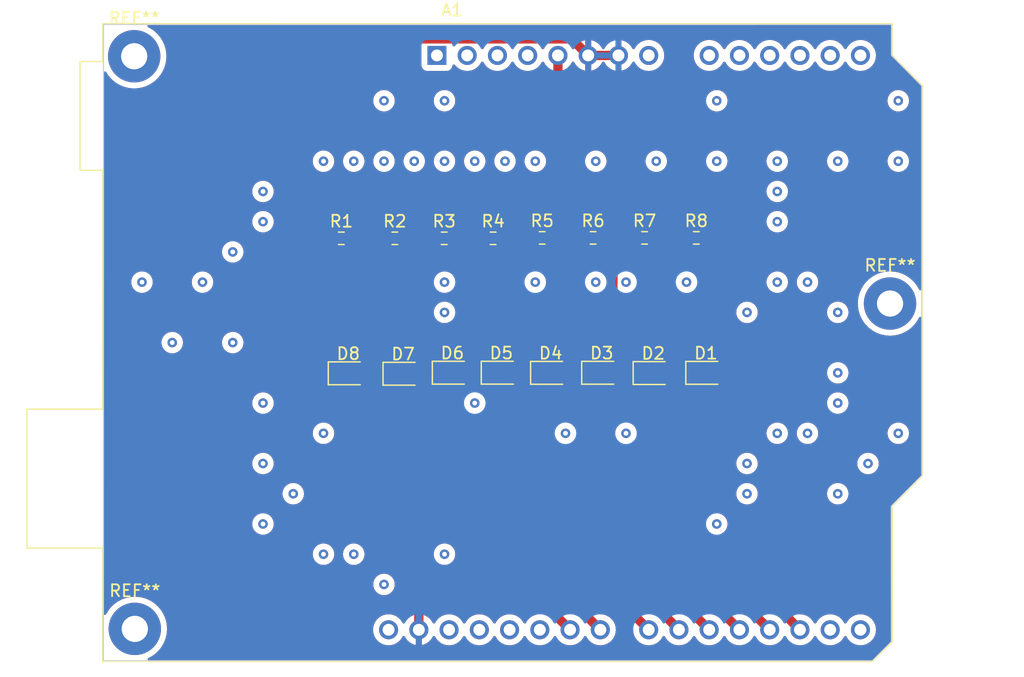
<source format=kicad_pcb>
(kicad_pcb (version 20221018) (generator pcbnew)
  (layers (0 "F.Cu" signal) (31 "B.Cu" signal) (34 "B.Paste" user) (35 "F.Paste" user) (36 "B.SilkS" user "B.Silkscreen") (37 "F.SilkS" user "F.Silkscreen") (38 "B.Mask" user) (39 "F.Mask" user) (44 "Edge.Cuts" user))
  (net 0 "")
  (net 1 "Net-(A1-+5V)")
  (net 2 "Net-(D8-A)")
  (net 3 "Net-(D7-A)")
  (net 4 "Net-(D6-A)")
  (net 5 "Net-(D5-A)")
  (net 6 "Net-(D4-A)")
  (net 7 "Net-(D3-A)")
  (net 8 "Net-(D2-A)")
  (net 9 "Net-(D1-A)")
  (net 14 "GND")
  (net 24 "Net-(A1-D2)")
  (net 25 "Net-(A1-D3)")
  (net 26 "Net-(A1-D4)")
  (net 27 "Net-(A1-D5)")
  (net 28 "Net-(A1-D6)")
  (net 29 "Net-(A1-D7)")
  (net 30 "Net-(A1-D8)")
  (net 31 "Net-(A1-D9)")
  (footprint "Resistor_SMD:R_0603_1608Metric" (layer "F.Cu") (at 112.669494 62.356263)
    (fp_text reference "R2" (at 0 -1.43) (layer "F.SilkS"))
    (fp_text value "247")
    (fp_line (start -0.237258 -0.5225) (end 0.237258 -0.5225) (stroke (width 0.12)) (layer "F.SilkS"))
    (fp_line (start -0.237258 0.5225) (end 0.237258 0.5225) (stroke (width 0.12)) (layer "F.SilkS"))
    (pad "1" smd roundrect (at -0.825 0) (size 0.8 0.95) (layers "F.Cu" "F.Paste" "F.Mask") (net 1 "Net-(A1-+5V)"))
    (pad "2" smd roundrect (at 0.825 0) (size 0.8 0.95) (layers "F.Cu" "F.Paste" "F.Mask") (net 3 "Net-(D7-A)"))
  )
  (footprint "LED_SMD:LED_0805_2012Metric" (layer "F.Cu") (at 134.365769 73.679446)
    (fp_text reference "D2" (at 0 -1.65) (layer "F.SilkS"))
    (fp_text value "LED")
    (fp_line (start -1.685 -0.96) (end -1.685 0.96) (stroke (width 0.12)) (layer "F.SilkS"))
    (fp_line (start -1.685 0.96) (end 1 0.96) (stroke (width 0.12)) (layer "F.SilkS"))
    (fp_line (start 1 -0.96) (end -1.685 -0.96) (stroke (width 0.12)) (layer "F.SilkS"))
    (pad "1" smd roundrect (at -0.9375 0) (size 0.975 1.4) (layers "F.Cu" "F.Paste" "F.Mask") (net 25 "Net-(A1-D3)"))
    (pad "2" smd roundrect (at 0.9375 0) (size 0.975 1.4) (layers "F.Cu" "F.Paste" "F.Mask") (net 8 "Net-(D2-A)"))
  )
  (footprint "LED_SMD:LED_0805_2012Metric" (layer "F.Cu") (at 138.787641 73.66)
    (fp_text reference "D1" (at 0 -1.65) (layer "F.SilkS"))
    (fp_text value "LED")
    (fp_line (start -1.685 -0.96) (end -1.685 0.96) (stroke (width 0.12)) (layer "F.SilkS"))
    (fp_line (start -1.685 0.96) (end 1 0.96) (stroke (width 0.12)) (layer "F.SilkS"))
    (fp_line (start 1 -0.96) (end -1.685 -0.96) (stroke (width 0.12)) (layer "F.SilkS"))
    (pad "1" smd roundrect (at -0.9375 0) (size 0.975 1.4) (layers "F.Cu" "F.Paste" "F.Mask") (net 24 "Net-(A1-D2)"))
    (pad "2" smd roundrect (at 0.9375 0) (size 0.975 1.4) (layers "F.Cu" "F.Paste" "F.Mask") (net 9 "Net-(D1-A)"))
  )
  (footprint "LED_SMD:LED_0805_2012Metric" (layer "F.Cu") (at 108.765228 73.700004)
    (fp_text reference "D8" (at 0 -1.65) (layer "F.SilkS"))
    (fp_text value "LED")
    (fp_line (start -1.685 -0.96) (end -1.685 0.96) (stroke (width 0.12)) (layer "F.SilkS"))
    (fp_line (start -1.685 0.96) (end 1 0.96) (stroke (width 0.12)) (layer "F.SilkS"))
    (fp_line (start 1 -0.96) (end -1.685 -0.96) (stroke (width 0.12)) (layer "F.SilkS"))
    (pad "1" smd roundrect (at -0.9375 0) (size 0.975 1.4) (layers "F.Cu" "F.Paste" "F.Mask") (net 31 "Net-(A1-D9)"))
    (pad "2" smd roundrect (at 0.9375 0) (size 0.975 1.4) (layers "F.Cu" "F.Paste" "F.Mask") (net 2 "Net-(D8-A)"))
  )
  (footprint "LED_SMD:LED_0805_2012Metric" (layer "F.Cu") (at 130.045575 73.654304)
    (fp_text reference "D3" (at 0 -1.65) (layer "F.SilkS"))
    (fp_text value "LED")
    (fp_line (start -1.685 -0.96) (end -1.685 0.96) (stroke (width 0.12)) (layer "F.SilkS"))
    (fp_line (start -1.685 0.96) (end 1 0.96) (stroke (width 0.12)) (layer "F.SilkS"))
    (fp_line (start 1 -0.96) (end -1.685 -0.96) (stroke (width 0.12)) (layer "F.SilkS"))
    (pad "1" smd roundrect (at -0.9375 0) (size 0.975 1.4) (layers "F.Cu" "F.Paste" "F.Mask") (net 26 "Net-(A1-D4)"))
    (pad "2" smd roundrect (at 0.9375 0) (size 0.975 1.4) (layers "F.Cu" "F.Paste" "F.Mask") (net 7 "Net-(D3-A)"))
  )
  (footprint "LED_SMD:LED_0805_2012Metric" (layer "F.Cu") (at 125.754113 73.660215)
    (fp_text reference "D4" (at 0 -1.65) (layer "F.SilkS"))
    (fp_text value "LED")
    (fp_line (start -1.685 -0.96) (end -1.685 0.96) (stroke (width 0.12)) (layer "F.SilkS"))
    (fp_line (start -1.685 0.96) (end 1 0.96) (stroke (width 0.12)) (layer "F.SilkS"))
    (fp_line (start 1 -0.96) (end -1.685 -0.96) (stroke (width 0.12)) (layer "F.SilkS"))
    (pad "1" smd roundrect (at -0.9375 0) (size 0.975 1.4) (layers "F.Cu" "F.Paste" "F.Mask") (net 27 "Net-(A1-D5)"))
    (pad "2" smd roundrect (at 0.9375 0) (size 0.975 1.4) (layers "F.Cu" "F.Paste" "F.Mask") (net 6 "Net-(D4-A)"))
  )
  (footprint "MountingHole:MountingHole_2.2mm_M2_Pad" (layer "F.Cu") (at 90.83785 95.174019)
    (fp_text reference "REF**" (at 0 -3.2) (layer "F.SilkS"))
    (fp_text value "MountingHole_2.2mm_M2_Pad")
    (pad "1" thru_hole circle (at 0 0) (size 4.4 4.4) (drill 2.2) (layers "*.Cu" "*.Mask"))
  )
  (footprint "Module:Arduino_UNO_R2" (layer "F.Cu") (at 116.205 46.99)
    (fp_text reference "A1" (at 1.27 -3.81 180) (layer "F.SilkS"))
    (fp_text value "ARDUINO_UNO_SHIELD")
    (fp_line (start -34.42 29.72) (end -34.42 41.4) (stroke (width 0.12)) (layer "F.SilkS"))
    (fp_line (start -34.42 41.4) (end -28.07 41.4) (stroke (width 0.12)) (layer "F.SilkS"))
    (fp_line (start -29.97 0.51) (end -29.97 9.65) (stroke (width 0.12)) (layer "F.SilkS"))
    (fp_line (start -29.97 9.65) (end -28.07 9.65) (stroke (width 0.12)) (layer "F.SilkS"))
    (fp_line (start -28.07 -2.67) (end -28.07 0.51) (stroke (width 0.12)) (layer "F.SilkS"))
    (fp_line (start -28.07 0.51) (end -29.97 0.51) (stroke (width 0.12)) (layer "F.SilkS"))
    (fp_line (start -28.07 9.65) (end -28.07 29.72) (stroke (width 0.12)) (layer "F.SilkS"))
    (fp_line (start -28.07 29.72) (end -34.42 29.72) (stroke (width 0.12)) (layer "F.SilkS"))
    (fp_line (start -28.07 41.4) (end -28.07 50.93) (stroke (width 0.12)) (layer "F.SilkS"))
    (fp_line (start -28.07 50.93) (end 36.58 50.93) (stroke (width 0.12)) (layer "F.SilkS"))
    (fp_line (start 36.58 50.93) (end 38.23 49.28) (stroke (width 0.12)) (layer "F.SilkS"))
    (fp_line (start 38.23 -2.67) (end -28.07 -2.67) (stroke (width 0.12)) (layer "F.SilkS"))
    (fp_line (start 38.23 0) (end 38.23 -2.67) (stroke (width 0.12)) (layer "F.SilkS"))
    (fp_line (start 38.23 37.85) (end 40.77 35.31) (stroke (width 0.12)) (layer "F.SilkS"))
    (fp_line (start 38.23 49.28) (end 38.23 37.85) (stroke (width 0.12)) (layer "F.SilkS"))
    (fp_line (start 40.77 2.54) (end 38.23 0) (stroke (width 0.12)) (layer "F.SilkS"))
    (fp_line (start 40.77 35.31) (end 40.77 2.54) (stroke (width 0.12)) (layer "F.SilkS"))
    (pad "1" thru_hole rect (at 0 0 90) (size 1.6 1.6) (drill 1) (layers "*.Cu" "*.Mask"))
    (pad "2" thru_hole oval (at 2.54 0 90) (size 1.6 1.6) (drill 1) (layers "*.Cu" "*.Mask"))
    (pad "3" thru_hole oval (at 5.08 0 90) (size 1.6 1.6) (drill 1) (layers "*.Cu" "*.Mask"))
    (pad "4" thru_hole oval (at 7.62 0 90) (size 1.6 1.6) (drill 1) (layers "*.Cu" "*.Mask"))
    (pad "5" thru_hole oval (at 10.16 0 90) (size 1.6 1.6) (drill 1) (layers "*.Cu" "*.Mask") (net 1 "Net-(A1-+5V)"))
    (pad "6" thru_hole oval (at 12.7 0 90) (size 1.6 1.6) (drill 1) (layers "*.Cu" "*.Mask") (net 14 "GND"))
    (pad "7" thru_hole oval (at 15.24 0 90) (size 1.6 1.6) (drill 1) (layers "*.Cu" "*.Mask") (net 14 "GND"))
    (pad "8" thru_hole oval (at 17.78 0 90) (size 1.6 1.6) (drill 1) (layers "*.Cu" "*.Mask"))
    (pad "9" thru_hole oval (at 22.86 0 90) (size 1.6 1.6) (drill 1) (layers "*.Cu" "*.Mask"))
    (pad "10" thru_hole oval (at 25.4 0 90) (size 1.6 1.6) (drill 1) (layers "*.Cu" "*.Mask"))
    (pad "11" thru_hole oval (at 27.94 0 90) (size 1.6 1.6) (drill 1) (layers "*.Cu" "*.Mask"))
    (pad "12" thru_hole oval (at 30.48 0 90) (size 1.6 1.6) (drill 1) (layers "*.Cu" "*.Mask"))
    (pad "13" thru_hole oval (at 33.02 0 90) (size 1.6 1.6) (drill 1) (layers "*.Cu" "*.Mask"))
    (pad "14" thru_hole oval (at 35.56 0 90) (size 1.6 1.6) (drill 1) (layers "*.Cu" "*.Mask"))
    (pad "15" thru_hole oval (at 35.56 48.26 90) (size 1.6 1.6) (drill 1) (layers "*.Cu" "*.Mask"))
    (pad "16" thru_hole oval (at 33.02 48.26 90) (size 1.6 1.6) (drill 1) (layers "*.Cu" "*.Mask"))
    (pad "17" thru_hole oval (at 30.48 48.26 90) (size 1.6 1.6) (drill 1) (layers "*.Cu" "*.Mask") (net 24 "Net-(A1-D2)"))
    (pad "18" thru_hole oval (at 27.94 48.26 90) (size 1.6 1.6) (drill 1) (layers "*.Cu" "*.Mask") (net 25 "Net-(A1-D3)"))
    (pad "19" thru_hole oval (at 25.4 48.26 90) (size 1.6 1.6) (drill 1) (layers "*.Cu" "*.Mask") (net 26 "Net-(A1-D4)"))
    (pad "20" thru_hole oval (at 22.86 48.26 90) (size 1.6 1.6) (drill 1) (layers "*.Cu" "*.Mask") (net 27 "Net-(A1-D5)"))
    (pad "21" thru_hole oval (at 20.32 48.26 90) (size 1.6 1.6) (drill 1) (layers "*.Cu" "*.Mask") (net 28 "Net-(A1-D6)"))
    (pad "22" thru_hole oval (at 17.78 48.26 90) (size 1.6 1.6) (drill 1) (layers "*.Cu" "*.Mask") (net 29 "Net-(A1-D7)"))
    (pad "23" thru_hole oval (at 13.72 48.26 90) (size 1.6 1.6) (drill 1) (layers "*.Cu" "*.Mask") (net 30 "Net-(A1-D8)"))
    (pad "24" thru_hole oval (at 11.18 48.26 90) (size 1.6 1.6) (drill 1) (layers "*.Cu" "*.Mask") (net 31 "Net-(A1-D9)"))
    (pad "25" thru_hole oval (at 8.64 48.26 90) (size 1.6 1.6) (drill 1) (layers "*.Cu" "*.Mask"))
    (pad "26" thru_hole oval (at 6.1 48.26 90) (size 1.6 1.6) (drill 1) (layers "*.Cu" "*.Mask"))
    (pad "27" thru_hole oval (at 3.56 48.26 90) (size 1.6 1.6) (drill 1) (layers "*.Cu" "*.Mask"))
    (pad "28" thru_hole oval (at 1.02 48.26 90) (size 1.6 1.6) (drill 1) (layers "*.Cu" "*.Mask"))
    (pad "29" thru_hole oval (at -1.52 48.26 90) (size 1.6 1.6) (drill 1) (layers "*.Cu" "*.Mask") (net 14 "GND"))
    (pad "30" thru_hole oval (at -4.06 48.26 90) (size 1.6 1.6) (drill 1) (layers "*.Cu" "*.Mask"))
  )
  (footprint "LED_SMD:LED_0805_2012Metric" (layer "F.Cu") (at 117.505 73.649721)
    (fp_text reference "D6" (at 0 -1.65) (layer "F.SilkS"))
    (fp_text value "LED")
    (fp_line (start -1.685 -0.96) (end -1.685 0.96) (stroke (width 0.12)) (layer "F.SilkS"))
    (fp_line (start -1.685 0.96) (end 1 0.96) (stroke (width 0.12)) (layer "F.SilkS"))
    (fp_line (start 1 -0.96) (end -1.685 -0.96) (stroke (width 0.12)) (layer "F.SilkS"))
    (pad "1" smd roundrect (at -0.9375 0) (size 0.975 1.4) (layers "F.Cu" "F.Paste" "F.Mask") (net 29 "Net-(A1-D7)"))
    (pad "2" smd roundrect (at 0.9375 0) (size 0.975 1.4) (layers "F.Cu" "F.Paste" "F.Mask") (net 4 "Net-(D6-A)"))
  )
  (footprint "Resistor_SMD:R_0603_1608Metric" (layer "F.Cu") (at 116.813697 62.356263)
    (fp_text reference "R3" (at 0 -1.43) (layer "F.SilkS"))
    (fp_text value "247")
    (fp_line (start -0.237258 -0.5225) (end 0.237258 -0.5225) (stroke (width 0.12)) (layer "F.SilkS"))
    (fp_line (start -0.237258 0.5225) (end 0.237258 0.5225) (stroke (width 0.12)) (layer "F.SilkS"))
    (pad "1" smd roundrect (at -0.825 0) (size 0.8 0.95) (layers "F.Cu" "F.Paste" "F.Mask") (net 1 "Net-(A1-+5V)"))
    (pad "2" smd roundrect (at 0.825 0) (size 0.8 0.95) (layers "F.Cu" "F.Paste" "F.Mask") (net 4 "Net-(D6-A)"))
  )
  (footprint "Resistor_SMD:R_0603_1608Metric" (layer "F.Cu") (at 125.041591 62.320843)
    (fp_text reference "R5" (at 0 -1.43) (layer "F.SilkS"))
    (fp_text value "247")
    (fp_line (start -0.237258 -0.5225) (end 0.237258 -0.5225) (stroke (width 0.12)) (layer "F.SilkS"))
    (fp_line (start -0.237258 0.5225) (end 0.237258 0.5225) (stroke (width 0.12)) (layer "F.SilkS"))
    (pad "1" smd roundrect (at -0.825 0) (size 0.8 0.95) (layers "F.Cu" "F.Paste" "F.Mask") (net 1 "Net-(A1-+5V)"))
    (pad "2" smd roundrect (at 0.825 0) (size 0.8 0.95) (layers "F.Cu" "F.Paste" "F.Mask") (net 6 "Net-(D4-A)"))
  )
  (footprint "Resistor_SMD:R_0603_1608Metric" (layer "F.Cu") (at 129.317149 62.320843)
    (fp_text reference "R6" (at 0 -1.43) (layer "F.SilkS"))
    (fp_text value "247" hide)
    (fp_line (start -0.237258 -0.5225) (end 0.237258 -0.5225) (stroke (width 0.12)) (layer "F.SilkS"))
    (fp_line (start -0.237258 0.5225) (end 0.237258 0.5225) (stroke (width 0.12)) (layer "F.SilkS"))
    (pad "1" smd roundrect (at -0.825 0) (size 0.8 0.95) (layers "F.Cu" "F.Paste" "F.Mask") (net 1 "Net-(A1-+5V)"))
    (pad "2" smd roundrect (at 0.825 0) (size 0.8 0.95) (layers "F.Cu" "F.Paste" "F.Mask") (net 7 "Net-(D3-A)"))
  )
  (footprint "MountingHole:MountingHole_2.2mm_M2_Pad" (layer "F.Cu") (at 90.785775 47.058549)
    (fp_text reference "REF**" (at 0 -3.2) (layer "F.SilkS"))
    (fp_text value "MountingHole_2.2mm_M2_Pad")
    (pad "1" thru_hole circle (at 0 0) (size 4.4 4.4) (drill 2.2) (layers "*.Cu" "*.Mask"))
  )
  (footprint "LED_SMD:LED_0805_2012Metric" (layer "F.Cu") (at 113.3625 73.735424)
    (fp_text reference "D7" (at 0 -1.65) (layer "F.SilkS"))
    (fp_text value "LED")
    (fp_line (start -1.685 -0.96) (end -1.685 0.96) (stroke (width 0.12)) (layer "F.SilkS"))
    (fp_line (start -1.685 0.96) (end 1 0.96) (stroke (width 0.12)) (layer "F.SilkS"))
    (fp_line (start 1 -0.96) (end -1.685 -0.96) (stroke (width 0.12)) (layer "F.SilkS"))
    (pad "1" smd roundrect (at -0.9375 0) (size 0.975 1.4) (layers "F.Cu" "F.Paste" "F.Mask") (net 30 "Net-(A1-D8)"))
    (pad "2" smd roundrect (at 0.9375 0) (size 0.975 1.4) (layers "F.Cu" "F.Paste" "F.Mask") (net 3 "Net-(D7-A)"))
  )
  (footprint "MountingHole:MountingHole_2.2mm_M2_Pad" (layer "F.Cu") (at 154.249299 67.836168)
    (fp_text reference "REF**" (at 0 -3.2) (layer "F.SilkS"))
    (fp_text value "MountingHole_2.2mm_M2_Pad")
    (pad "1" thru_hole circle (at 0 0) (size 4.4 4.4) (drill 2.2) (layers "*.Cu" "*.Mask"))
  )
  (footprint "Resistor_SMD:R_0603_1608Metric" (layer "F.Cu") (at 133.638455 62.320843)
    (fp_text reference "R7" (at 0 -1.43) (layer "F.SilkS"))
    (fp_text value "247")
    (fp_line (start -0.237258 -0.5225) (end 0.237258 -0.5225) (stroke (width 0.12)) (layer "F.SilkS"))
    (fp_line (start -0.237258 0.5225) (end 0.237258 0.5225) (stroke (width 0.12)) (layer "F.SilkS"))
    (pad "1" smd roundrect (at -0.825 0) (size 0.8 0.95) (layers "F.Cu" "F.Paste" "F.Mask") (net 1 "Net-(A1-+5V)"))
    (pad "2" smd roundrect (at 0.825 0) (size 0.8 0.95) (layers "F.Cu" "F.Paste" "F.Mask") (net 8 "Net-(D2-A)"))
  )
  (footprint "Resistor_SMD:R_0603_1608Metric" (layer "F.Cu") (at 137.985 62.320843)
    (fp_text reference "R8" (at 0 -1.43) (layer "F.SilkS"))
    (fp_text value "247")
    (fp_line (start -0.237258 -0.5225) (end 0.237258 -0.5225) (stroke (width 0.12)) (layer "F.SilkS"))
    (fp_line (start -0.237258 0.5225) (end 0.237258 0.5225) (stroke (width 0.12)) (layer "F.SilkS"))
    (pad "1" smd roundrect (at -0.825 0) (size 0.8 0.95) (layers "F.Cu" "F.Paste" "F.Mask") (net 1 "Net-(A1-+5V)"))
    (pad "2" smd roundrect (at 0.825 0) (size 0.8 0.95) (layers "F.Cu" "F.Paste" "F.Mask") (net 9 "Net-(D1-A)"))
  )
  (footprint "Resistor_SMD:R_0603_1608Metric" (layer "F.Cu") (at 108.177893 62.356263)
    (fp_text reference "R1" (at 0 -1.43) (layer "F.SilkS"))
    (fp_text value "247")
    (fp_line (start -0.237258 -0.5225) (end 0.237258 -0.5225) (stroke (width 0.12)) (layer "F.SilkS"))
    (fp_line (start -0.237258 0.5225) (end 0.237258 0.5225) (stroke (width 0.12)) (layer "F.SilkS"))
    (pad "1" smd roundrect (at -0.825 0) (size 0.8 0.95) (layers "F.Cu" "F.Paste" "F.Mask") (net 1 "Net-(A1-+5V)"))
    (pad "2" smd roundrect (at 0.825 0) (size 0.8 0.95) (layers "F.Cu" "F.Paste" "F.Mask") (net 2 "Net-(D8-A)"))
  )
  (footprint "LED_SMD:LED_0805_2012Metric" (layer "F.Cu") (at 121.613159 73.649721)
    (fp_text reference "D5" (at 0 -1.65) (layer "F.SilkS"))
    (fp_text value "LED")
    (fp_line (start -1.685 -0.96) (end -1.685 0.96) (stroke (width 0.12)) (layer "F.SilkS"))
    (fp_line (start -1.685 0.96) (end 1 0.96) (stroke (width 0.12)) (layer "F.SilkS"))
    (fp_line (start 1 -0.96) (end -1.685 -0.96) (stroke (width 0.12)) (layer "F.SilkS"))
    (pad "1" smd roundrect (at -0.9375 0) (size 0.975 1.4) (layers "F.Cu" "F.Paste" "F.Mask") (net 28 "Net-(A1-D6)"))
    (pad "2" smd roundrect (at 0.9375 0) (size 0.975 1.4) (layers "F.Cu" "F.Paste" "F.Mask") (net 5 "Net-(D5-A)"))
  )
  (footprint "Resistor_SMD:R_0603_1608Metric" (layer "F.Cu") (at 120.92248 62.356263)
    (fp_text reference "R4" (at 0 -1.43) (layer "F.SilkS"))
    (fp_text value "247")
    (fp_line (start -0.237258 -0.5225) (end 0.237258 -0.5225) (stroke (width 0.12)) (layer "F.SilkS"))
    (fp_line (start -0.237258 0.5225) (end 0.237258 0.5225) (stroke (width 0.12)) (layer "F.SilkS"))
    (pad "1" smd roundrect (at -0.825 0) (size 0.8 0.95) (layers "F.Cu" "F.Paste" "F.Mask") (net 1 "Net-(A1-+5V)"))
    (pad "2" smd roundrect (at 0.825 0) (size 0.8 0.95) (layers "F.Cu" "F.Paste" "F.Mask") (net 5 "Net-(D5-A)"))
  )
  (gr_poly (pts (xy 88.207331 44.390636) (xy 154.373271 44.387138) (xy 154.373271 46.979397) (xy 156.913055 49.547383) (xy 156.913271 82.294514) (xy 154.352281 84.869497) (xy 154.363726 96.254127) (xy 152.763825 97.854027) (xy 88.200334 97.854027) (xy 88.207331 44.429118)) (stroke (width 0.1)) (fill none) (layer "Edge.Cuts"))
  (via (at 111.76 91.44) (size 0.8) (drill 0.4) (layers "F.Cu" "B.Cu") (net 0))
  (via (at 144.78 78.74) (size 0.8) (drill 0.4) (layers "F.Cu" "B.Cu") (net 0))
  (via (at 134.62 55.88) (size 0.8) (drill 0.4) (layers "F.Cu" "B.Cu") (net 0))
  (via (at 109.22 55.88) (size 0.8) (drill 0.4) (layers "F.Cu" "B.Cu") (net 0))
  (via (at 104.14 83.82) (size 0.8) (drill 0.4) (layers "F.Cu" "B.Cu") (net 0))
  (via (at 109.22 88.9) (size 0.8) (drill 0.4) (layers "F.Cu" "B.Cu") (net 0))
  (via (at 137.16 66.04) (size 0.8) (drill 0.4) (layers "F.Cu" "B.Cu") (net 0))
  (via (at 124.46 66.04) (size 0.8) (drill 0.4) (layers "F.Cu" "B.Cu") (net 0))
  (via (at 142.24 83.82) (size 0.8) (drill 0.4) (layers "F.Cu" "B.Cu") (net 0))
  (via (at 101.6 60.96) (size 0.8) (drill 0.4) (layers "F.Cu" "B.Cu") (net 0))
  (via (at 111.76 50.8) (size 0.8) (drill 0.4) (layers "F.Cu" "B.Cu") (net 0))
  (via (at 144.78 55.88) (size 0.8) (drill 0.4) (layers "F.Cu" "B.Cu") (net 0))
  (via (at 129.54 66.04) (size 0.8) (drill 0.4) (layers "F.Cu" "B.Cu") (net 0))
  (via (at 124.46 55.88) (size 0.8) (drill 0.4) (layers "F.Cu" "B.Cu") (net 0))
  (via (at 144.78 58.42) (size 0.8) (drill 0.4) (layers "F.Cu" "B.Cu") (net 0))
  (via (at 144.78 60.96) (size 0.8) (drill 0.4) (layers "F.Cu" "B.Cu") (net 0))
  (via (at 127 78.74) (size 0.8) (drill 0.4) (layers "F.Cu" "B.Cu") (net 0))
  (via (at 106.68 88.9) (size 0.8) (drill 0.4) (layers "F.Cu" "B.Cu") (net 0))
  (via (at 93.98 71.12) (size 0.8) (drill 0.4) (layers "F.Cu" "B.Cu") (net 0))
  (via (at 106.68 55.88) (size 0.8) (drill 0.4) (layers "F.Cu" "B.Cu") (net 0))
  (via (at 147.32 78.74) (size 0.8) (drill 0.4) (layers "F.Cu" "B.Cu") (net 0))
  (via (at 99.06 63.5) (size 0.8) (drill 0.4) (layers "F.Cu" "B.Cu") (net 0))
  (via (at 139.7 55.88) (size 0.8) (drill 0.4) (layers "F.Cu" "B.Cu") (net 0))
  (via (at 114.3 55.88) (size 0.8) (drill 0.4) (layers "F.Cu" "B.Cu") (net 0))
  (via (at 116.84 66.04) (size 0.8) (drill 0.4) (layers "F.Cu" "B.Cu") (net 0))
  (via (at 111.76 55.88) (size 0.8) (drill 0.4) (layers "F.Cu" "B.Cu") (net 0))
  (via (at 132.08 66.04) (size 0.8) (drill 0.4) (layers "F.Cu" "B.Cu") (net 0))
  (via (at 99.06 71.12) (size 0.8) (drill 0.4) (layers "F.Cu" "B.Cu") (net 0))
  (via (at 116.84 88.9) (size 0.8) (drill 0.4) (layers "F.Cu" "B.Cu") (net 0))
  (via (at 149.86 76.2) (size 0.8) (drill 0.4) (layers "F.Cu" "B.Cu") (net 0))
  (via (at 121.92 55.88) (size 0.8) (drill 0.4) (layers "F.Cu" "B.Cu") (net 0))
  (via (at 149.86 68.58) (size 0.8) (drill 0.4) (layers "F.Cu" "B.Cu") (net 0))
  (via (at 142.24 68.58) (size 0.8) (drill 0.4) (layers "F.Cu" "B.Cu") (net 0))
  (via (at 147.32 66.04) (size 0.8) (drill 0.4) (layers "F.Cu" "B.Cu") (net 0))
  (via (at 154.94 78.74) (size 0.8) (drill 0.4) (layers "F.Cu" "B.Cu") (net 0))
  (via (at 149.86 83.82) (size 0.8) (drill 0.4) (layers "F.Cu" "B.Cu") (net 0))
  (via (at 116.84 50.8) (size 0.8) (drill 0.4) (layers "F.Cu" "B.Cu") (net 0))
  (via (at 154.94 55.88) (size 0.8) (drill 0.4) (layers "F.Cu" "B.Cu") (net 0))
  (via (at 119.38 55.88) (size 0.8) (drill 0.4) (layers "F.Cu" "B.Cu") (net 0))
  (via (at 142.24 81.28) (size 0.8) (drill 0.4) (layers "F.Cu" "B.Cu") (net 0))
  (via (at 96.52 66.04) (size 0.8) (drill 0.4) (layers "F.Cu" "B.Cu") (net 0))
  (via (at 116.84 55.88) (size 0.8) (drill 0.4) (layers "F.Cu" "B.Cu") (net 0))
  (via (at 139.7 50.8) (size 0.8) (drill 0.4) (layers "F.Cu" "B.Cu") (net 0))
  (via (at 101.6 81.28) (size 0.8) (drill 0.4) (layers "F.Cu" "B.Cu") (net 0))
  (via (at 116.84 68.58) (size 0.8) (drill 0.4) (layers "F.Cu" "B.Cu") (net 0))
  (via (at 149.86 73.66) (size 0.8) (drill 0.4) (layers "F.Cu" "B.Cu") (net 0))
  (via (at 119.38 76.2) (size 0.8) (drill 0.4) (layers "F.Cu" "B.Cu") (net 0))
  (via (at 152.4 81.28) (size 0.8) (drill 0.4) (layers "F.Cu" "B.Cu") (net 0))
  (via (at 132.08 78.74) (size 0.8) (drill 0.4) (layers "F.Cu" "B.Cu") (net 0))
  (via (at 101.6 58.42) (size 0.8) (drill 0.4) (layers "F.Cu" "B.Cu") (net 0))
  (via (at 144.78 66.04) (size 0.8) (drill 0.4) (layers "F.Cu" "B.Cu") (net 0))
  (via (at 101.6 76.2) (size 0.8) (drill 0.4) (layers "F.Cu" "B.Cu") (net 0))
  (via (at 91.44 66.04) (size 0.8) (drill 0.4) (layers "F.Cu" "B.Cu") (net 0))
  (via (at 149.86 55.88) (size 0.8) (drill 0.4) (layers "F.Cu" "B.Cu") (net 0))
  (via (at 129.54 55.88) (size 0.8) (drill 0.4) (layers "F.Cu" "B.Cu") (net 0))
  (via (at 139.7 86.36) (size 0.8) (drill 0.4) (layers "F.Cu" "B.Cu") (net 0))
  (via (at 106.68 78.74) (size 0.8) (drill 0.4) (layers "F.Cu" "B.Cu") (net 0))
  (via (at 154.94 50.8) (size 0.8) (drill 0.4) (layers "F.Cu" "B.Cu") (net 0))
  (via (at 101.6 86.36) (size 0.8) (drill 0.4) (layers "F.Cu" "B.Cu") (net 0))
  (segment (start 126.365 57.785) (end 126.365 46.99) (width 0.78) (layer "F.Cu") (net 1))
  (segment (start 137.16 60.96) (end 137.16 62.331122) (width 0.78) (layer "F.Cu") (net 1))
  (segment (start 111.844494 62.366542) (end 111.844494 58.504494) (width 0.78) (layer "F.Cu") (net 1))
  (segment (start 128.492149 59.912149) (end 127 58.42) (width 0.78) (layer "F.Cu") (net 1))
  (segment (start 124.216591 62.331122) (end 124.216591 58.663409) (width 0.78) (layer "F.Cu") (net 1))
  (segment (start 120.09748 62.366542) (end 120.09748 59.13748) (width 0.78) (layer "F.Cu") (net 1))
  (segment (start 120.09748 59.13748) (end 119.38 58.42) (width 0.78) (layer "F.Cu") (net 1))
  (segment (start 116.84 58.42) (end 119.38 58.42) (width 0.78) (layer "F.Cu") (net 1))
  (segment (start 107.352893 62.366542) (end 111.299435 58.42) (width 0.78) (layer "F.Cu") (net 1))
  (segment (start 127 58.42) (end 126.365 57.785) (width 0.78) (layer "F.Cu") (net 1))
  (segment (start 115.988697 62.366542) (end 115.988697 59.271303) (width 0.78) (layer "F.Cu") (net 1))
  (segment (start 132.813455 59.153455) (end 132.08 58.42) (width 0.78) (layer "F.Cu") (net 1))
  (segment (start 132.08 58.42) (end 134.62 58.42) (width 0.78) (layer "F.Cu") (net 1))
  (segment (start 111.299435 58.42) (end 111.76 58.42) (width 0.78) (layer "F.Cu") (net 1))
  (segment (start 127 58.42) (end 132.08 58.42) (width 0.78) (layer "F.Cu") (net 1))
  (segment (start 119.38 58.42) (end 124.46 58.42) (width 0.78) (layer "F.Cu") (net 1))
  (segment (start 111.844494 58.504494) (end 111.76 58.42) (width 0.78) (layer "F.Cu") (net 1))
  (segment (start 111.76 58.42) (end 116.84 58.42) (width 0.78) (layer "F.Cu") (net 1))
  (segment (start 132.813455 62.331122) (end 132.813455 59.153455) (width 0.78) (layer "F.Cu") (net 1))
  (segment (start 124.46 58.42) (end 127 58.42) (width 0.78) (layer "F.Cu") (net 1))
  (segment (start 134.62 58.42) (end 137.16 60.96) (width 0.78) (layer "F.Cu") (net 1))
  (segment (start 124.216591 58.663409) (end 124.46 58.42) (width 0.78) (layer "F.Cu") (net 1))
  (segment (start 128.492149 62.331122) (end 128.492149 59.912149) (width 0.78) (layer "F.Cu") (net 1))
  (segment (start 115.988697 59.271303) (end 116.84 58.42) (width 0.78) (layer "F.Cu") (net 1))
  (segment (start 109.702728 63.066377) (end 109.002893 62.366542) (width 0.78) (layer "F.Cu") (net 2))
  (segment (start 109.702728 73.710283) (end 109.702728 63.066377) (width 0.78) (layer "F.Cu") (net 2))
  (segment (start 114.3 73.745703) (end 114.3 63.172048) (width 0.78) (layer "F.Cu") (net 3))
  (segment (start 114.3 63.172048) (end 113.494494 62.366542) (width 0.78) (layer "F.Cu") (net 3))
  (segment (start 118.4425 73.66) (end 118.4425 63.170345) (width 0.78) (layer "F.Cu") (net 4))
  (segment (start 118.4425 63.170345) (end 117.638697 62.366542) (width 0.78) (layer "F.Cu") (net 4))
  (segment (start 122.550659 63.169721) (end 121.74748 62.366542) (width 0.78) (layer "F.Cu") (net 5))
  (segment (start 122.550659 73.66) (end 122.550659 63.169721) (width 0.78) (layer "F.Cu") (net 5))
  (segment (start 126.691613 73.670494) (end 126.691613 63.156144) (width 0.78) (layer "F.Cu") (net 6))
  (segment (start 126.691613 63.156144) (end 125.866591 62.331122) (width 0.78) (layer "F.Cu") (net 6))
  (segment (start 130.983075 63.172048) (end 130.142149 62.331122) (width 0.78) (layer "F.Cu") (net 7))
  (segment (start 130.983075 73.664583) (end 130.983075 63.172048) (width 0.78) (layer "F.Cu") (net 7))
  (segment (start 135.303269 73.689725) (end 135.303269 63.170936) (width 0.78) (layer "F.Cu") (net 8))
  (segment (start 135.303269 63.170936) (end 134.463455 62.331122) (width 0.78) (layer "F.Cu") (net 8))
  (segment (start 139.725141 73.670279) (end 139.725141 63.246263) (width 0.78) (layer "F.Cu") (net 9))
  (segment (start 139.725141 63.246263) (end 138.81 62.331122) (width 0.78) (layer "F.Cu") (net 9))
  (segment (start 104.14 50.8) (end 109.34 45.6) (width 0.78) (layer "F.Cu") (net 14))
  (segment (start 128.905 46.99) (end 131.445 46.99) (width 0.78) (layer "F.Cu") (net 14))
  (segment (start 114.685 89.285) (end 104.14 78.74) (width 0.78) (layer "F.Cu") (net 14))
  (segment (start 114.685 95.25) (end 114.685 89.285) (width 0.78) (layer "F.Cu") (net 14))
  (segment (start 127.515 45.6) (end 128.905 46.99) (width 0.78) (layer "F.Cu") (net 14))
  (segment (start 109.34 45.6) (end 127.515 45.6) (width 0.78) (layer "F.Cu") (net 14))
  (segment (start 104.14 78.74) (end 104.14 50.8) (width 0.78) (layer "F.Cu") (net 14))
  (segment (start 146.685 95.25) (end 137.850141 86.415141) (width 0.78) (layer "F.Cu") (net 24))
  (segment (start 137.850141 86.415141) (end 137.850141 73.670279) (width 0.78) (layer "F.Cu") (net 24))
  (segment (start 144.145 95.25) (end 133.428269 84.533269) (width 0.78) (layer "F.Cu") (net 25))
  (segment (start 133.428269 84.533269) (end 133.428269 73.689725) (width 0.78) (layer "F.Cu") (net 25))
  (segment (start 129.108075 82.753075) (end 129.108075 73.664583) (width 0.78) (layer "F.Cu") (net 26))
  (segment (start 141.605 95.25) (end 129.108075 82.753075) (width 0.78) (layer "F.Cu") (net 26))
  (segment (start 139.065 95.25) (end 124.818159 81.003159) (width 0.78) (layer "F.Cu") (net 27))
  (segment (start 124.818159 81.003159) (end 124.818159 73.66) (width 0.78) (layer "F.Cu") (net 27))
  (segment (start 136.525 95.25) (end 120.675659 79.400659) (width 0.78) (layer "F.Cu") (net 28))
  (segment (start 120.675659 79.400659) (end 120.675659 73.73716) (width 0.78) (layer "F.Cu") (net 28))
  (segment (start 133.985 95.25) (end 116.5675 77.8325) (width 0.78) (layer "F.Cu") (net 29))
  (segment (start 116.5675 77.8325) (end 116.5675 73.66) (width 0.78) (layer "F.Cu") (net 29))
  (segment (start 129.925 95.25) (end 112.425 77.75) (width 0.78) (layer "F.Cu") (net 30))
  (segment (start 112.425 77.75) (end 112.425 73.745703) (width 0.78) (layer "F.Cu") (net 30))
  (segment (start 108.01 75.875) (end 108.01 73.66) (width 0.78) (layer "F.Cu") (net 31))
  (segment (start 127.385 95.25) (end 108.01 75.875) (width 0.78) (layer "F.Cu") (net 31))
  (zone (net 14) (net_name "GND") (layer "F.Cu") (connect_pads (clearance 0.5)) (min_thickness 0.25) (fill yes (thermal_gap 0.5) (thermal_bridge_width 0.5))
    (polygon (pts (xy 88.074736 44.234073) (xy 157.096069 44.180942) (xy 157.240911 97.975089) (xy 88.048795 98.02822) (xy 88.017334 44.232337) (xy 87.964203 44.232337)))
  )
  (zone (net 14) (net_name "GND") (layer "B.Cu") (priority 1) (connect_pads (clearance 0.5)) (min_thickness 0.25) (fill yes (thermal_gap 0.5) (thermal_bridge_width 0.5))
    (polygon (pts (xy 88.074736 44.234073) (xy 157.096069 44.180942) (xy 157.240911 97.975089) (xy 88.048795 98.02822) (xy 87.964203 44.232337)))
  )
)
</source>
